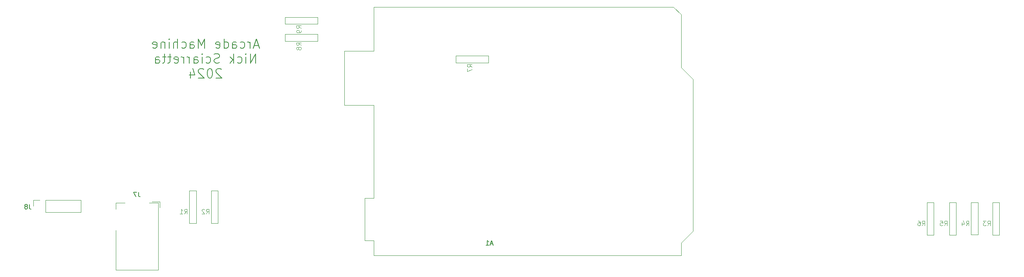
<source format=gbr>
%TF.GenerationSoftware,KiCad,Pcbnew,7.0.8*%
%TF.CreationDate,2023-11-30T13:58:36-08:00*%
%TF.ProjectId,LED_matrix,4c45445f-6d61-4747-9269-782e6b696361,rev?*%
%TF.SameCoordinates,Original*%
%TF.FileFunction,Legend,Bot*%
%TF.FilePolarity,Positive*%
%FSLAX46Y46*%
G04 Gerber Fmt 4.6, Leading zero omitted, Abs format (unit mm)*
G04 Created by KiCad (PCBNEW 7.0.8) date 2023-11-30 13:58:36*
%MOMM*%
%LPD*%
G01*
G04 APERTURE LIST*
%ADD10C,0.150000*%
%ADD11C,0.100000*%
%ADD12C,0.120000*%
G04 APERTURE END LIST*
D10*
X51198572Y-8006009D02*
X50246191Y-8006009D01*
X51389048Y-8577438D02*
X50722382Y-6577438D01*
X50722382Y-6577438D02*
X50055715Y-8577438D01*
X49389048Y-8577438D02*
X49389048Y-7244104D01*
X49389048Y-7625057D02*
X49293810Y-7434580D01*
X49293810Y-7434580D02*
X49198572Y-7339342D01*
X49198572Y-7339342D02*
X49008096Y-7244104D01*
X49008096Y-7244104D02*
X48817619Y-7244104D01*
X47293810Y-8482200D02*
X47484286Y-8577438D01*
X47484286Y-8577438D02*
X47865239Y-8577438D01*
X47865239Y-8577438D02*
X48055715Y-8482200D01*
X48055715Y-8482200D02*
X48150953Y-8386961D01*
X48150953Y-8386961D02*
X48246191Y-8196485D01*
X48246191Y-8196485D02*
X48246191Y-7625057D01*
X48246191Y-7625057D02*
X48150953Y-7434580D01*
X48150953Y-7434580D02*
X48055715Y-7339342D01*
X48055715Y-7339342D02*
X47865239Y-7244104D01*
X47865239Y-7244104D02*
X47484286Y-7244104D01*
X47484286Y-7244104D02*
X47293810Y-7339342D01*
X45579524Y-8577438D02*
X45579524Y-7529819D01*
X45579524Y-7529819D02*
X45674762Y-7339342D01*
X45674762Y-7339342D02*
X45865238Y-7244104D01*
X45865238Y-7244104D02*
X46246191Y-7244104D01*
X46246191Y-7244104D02*
X46436667Y-7339342D01*
X45579524Y-8482200D02*
X45770000Y-8577438D01*
X45770000Y-8577438D02*
X46246191Y-8577438D01*
X46246191Y-8577438D02*
X46436667Y-8482200D01*
X46436667Y-8482200D02*
X46531905Y-8291723D01*
X46531905Y-8291723D02*
X46531905Y-8101247D01*
X46531905Y-8101247D02*
X46436667Y-7910771D01*
X46436667Y-7910771D02*
X46246191Y-7815533D01*
X46246191Y-7815533D02*
X45770000Y-7815533D01*
X45770000Y-7815533D02*
X45579524Y-7720295D01*
X43770000Y-8577438D02*
X43770000Y-6577438D01*
X43770000Y-8482200D02*
X43960476Y-8577438D01*
X43960476Y-8577438D02*
X44341429Y-8577438D01*
X44341429Y-8577438D02*
X44531905Y-8482200D01*
X44531905Y-8482200D02*
X44627143Y-8386961D01*
X44627143Y-8386961D02*
X44722381Y-8196485D01*
X44722381Y-8196485D02*
X44722381Y-7625057D01*
X44722381Y-7625057D02*
X44627143Y-7434580D01*
X44627143Y-7434580D02*
X44531905Y-7339342D01*
X44531905Y-7339342D02*
X44341429Y-7244104D01*
X44341429Y-7244104D02*
X43960476Y-7244104D01*
X43960476Y-7244104D02*
X43770000Y-7339342D01*
X42055714Y-8482200D02*
X42246190Y-8577438D01*
X42246190Y-8577438D02*
X42627143Y-8577438D01*
X42627143Y-8577438D02*
X42817619Y-8482200D01*
X42817619Y-8482200D02*
X42912857Y-8291723D01*
X42912857Y-8291723D02*
X42912857Y-7529819D01*
X42912857Y-7529819D02*
X42817619Y-7339342D01*
X42817619Y-7339342D02*
X42627143Y-7244104D01*
X42627143Y-7244104D02*
X42246190Y-7244104D01*
X42246190Y-7244104D02*
X42055714Y-7339342D01*
X42055714Y-7339342D02*
X41960476Y-7529819D01*
X41960476Y-7529819D02*
X41960476Y-7720295D01*
X41960476Y-7720295D02*
X42912857Y-7910771D01*
X39579523Y-8577438D02*
X39579523Y-6577438D01*
X39579523Y-6577438D02*
X38912856Y-8006009D01*
X38912856Y-8006009D02*
X38246190Y-6577438D01*
X38246190Y-6577438D02*
X38246190Y-8577438D01*
X36436666Y-8577438D02*
X36436666Y-7529819D01*
X36436666Y-7529819D02*
X36531904Y-7339342D01*
X36531904Y-7339342D02*
X36722380Y-7244104D01*
X36722380Y-7244104D02*
X37103333Y-7244104D01*
X37103333Y-7244104D02*
X37293809Y-7339342D01*
X36436666Y-8482200D02*
X36627142Y-8577438D01*
X36627142Y-8577438D02*
X37103333Y-8577438D01*
X37103333Y-8577438D02*
X37293809Y-8482200D01*
X37293809Y-8482200D02*
X37389047Y-8291723D01*
X37389047Y-8291723D02*
X37389047Y-8101247D01*
X37389047Y-8101247D02*
X37293809Y-7910771D01*
X37293809Y-7910771D02*
X37103333Y-7815533D01*
X37103333Y-7815533D02*
X36627142Y-7815533D01*
X36627142Y-7815533D02*
X36436666Y-7720295D01*
X34627142Y-8482200D02*
X34817618Y-8577438D01*
X34817618Y-8577438D02*
X35198571Y-8577438D01*
X35198571Y-8577438D02*
X35389047Y-8482200D01*
X35389047Y-8482200D02*
X35484285Y-8386961D01*
X35484285Y-8386961D02*
X35579523Y-8196485D01*
X35579523Y-8196485D02*
X35579523Y-7625057D01*
X35579523Y-7625057D02*
X35484285Y-7434580D01*
X35484285Y-7434580D02*
X35389047Y-7339342D01*
X35389047Y-7339342D02*
X35198571Y-7244104D01*
X35198571Y-7244104D02*
X34817618Y-7244104D01*
X34817618Y-7244104D02*
X34627142Y-7339342D01*
X33769999Y-8577438D02*
X33769999Y-6577438D01*
X32912856Y-8577438D02*
X32912856Y-7529819D01*
X32912856Y-7529819D02*
X33008094Y-7339342D01*
X33008094Y-7339342D02*
X33198570Y-7244104D01*
X33198570Y-7244104D02*
X33484285Y-7244104D01*
X33484285Y-7244104D02*
X33674761Y-7339342D01*
X33674761Y-7339342D02*
X33769999Y-7434580D01*
X31960475Y-8577438D02*
X31960475Y-7244104D01*
X31960475Y-6577438D02*
X32055713Y-6672676D01*
X32055713Y-6672676D02*
X31960475Y-6767914D01*
X31960475Y-6767914D02*
X31865237Y-6672676D01*
X31865237Y-6672676D02*
X31960475Y-6577438D01*
X31960475Y-6577438D02*
X31960475Y-6767914D01*
X31008094Y-7244104D02*
X31008094Y-8577438D01*
X31008094Y-7434580D02*
X30912856Y-7339342D01*
X30912856Y-7339342D02*
X30722380Y-7244104D01*
X30722380Y-7244104D02*
X30436665Y-7244104D01*
X30436665Y-7244104D02*
X30246189Y-7339342D01*
X30246189Y-7339342D02*
X30150951Y-7529819D01*
X30150951Y-7529819D02*
X30150951Y-8577438D01*
X28436665Y-8482200D02*
X28627141Y-8577438D01*
X28627141Y-8577438D02*
X29008094Y-8577438D01*
X29008094Y-8577438D02*
X29198570Y-8482200D01*
X29198570Y-8482200D02*
X29293808Y-8291723D01*
X29293808Y-8291723D02*
X29293808Y-7529819D01*
X29293808Y-7529819D02*
X29198570Y-7339342D01*
X29198570Y-7339342D02*
X29008094Y-7244104D01*
X29008094Y-7244104D02*
X28627141Y-7244104D01*
X28627141Y-7244104D02*
X28436665Y-7339342D01*
X28436665Y-7339342D02*
X28341427Y-7529819D01*
X28341427Y-7529819D02*
X28341427Y-7720295D01*
X28341427Y-7720295D02*
X29293808Y-7910771D01*
X50579524Y-11797438D02*
X50579524Y-9797438D01*
X50579524Y-9797438D02*
X49436667Y-11797438D01*
X49436667Y-11797438D02*
X49436667Y-9797438D01*
X48484286Y-11797438D02*
X48484286Y-10464104D01*
X48484286Y-9797438D02*
X48579524Y-9892676D01*
X48579524Y-9892676D02*
X48484286Y-9987914D01*
X48484286Y-9987914D02*
X48389048Y-9892676D01*
X48389048Y-9892676D02*
X48484286Y-9797438D01*
X48484286Y-9797438D02*
X48484286Y-9987914D01*
X46674762Y-11702200D02*
X46865238Y-11797438D01*
X46865238Y-11797438D02*
X47246191Y-11797438D01*
X47246191Y-11797438D02*
X47436667Y-11702200D01*
X47436667Y-11702200D02*
X47531905Y-11606961D01*
X47531905Y-11606961D02*
X47627143Y-11416485D01*
X47627143Y-11416485D02*
X47627143Y-10845057D01*
X47627143Y-10845057D02*
X47531905Y-10654580D01*
X47531905Y-10654580D02*
X47436667Y-10559342D01*
X47436667Y-10559342D02*
X47246191Y-10464104D01*
X47246191Y-10464104D02*
X46865238Y-10464104D01*
X46865238Y-10464104D02*
X46674762Y-10559342D01*
X45817619Y-11797438D02*
X45817619Y-9797438D01*
X45627143Y-11035533D02*
X45055714Y-11797438D01*
X45055714Y-10464104D02*
X45817619Y-11226009D01*
X42769999Y-11702200D02*
X42484285Y-11797438D01*
X42484285Y-11797438D02*
X42008094Y-11797438D01*
X42008094Y-11797438D02*
X41817618Y-11702200D01*
X41817618Y-11702200D02*
X41722380Y-11606961D01*
X41722380Y-11606961D02*
X41627142Y-11416485D01*
X41627142Y-11416485D02*
X41627142Y-11226009D01*
X41627142Y-11226009D02*
X41722380Y-11035533D01*
X41722380Y-11035533D02*
X41817618Y-10940295D01*
X41817618Y-10940295D02*
X42008094Y-10845057D01*
X42008094Y-10845057D02*
X42389047Y-10749819D01*
X42389047Y-10749819D02*
X42579523Y-10654580D01*
X42579523Y-10654580D02*
X42674761Y-10559342D01*
X42674761Y-10559342D02*
X42769999Y-10368866D01*
X42769999Y-10368866D02*
X42769999Y-10178390D01*
X42769999Y-10178390D02*
X42674761Y-9987914D01*
X42674761Y-9987914D02*
X42579523Y-9892676D01*
X42579523Y-9892676D02*
X42389047Y-9797438D01*
X42389047Y-9797438D02*
X41912856Y-9797438D01*
X41912856Y-9797438D02*
X41627142Y-9892676D01*
X39912856Y-11702200D02*
X40103332Y-11797438D01*
X40103332Y-11797438D02*
X40484285Y-11797438D01*
X40484285Y-11797438D02*
X40674761Y-11702200D01*
X40674761Y-11702200D02*
X40769999Y-11606961D01*
X40769999Y-11606961D02*
X40865237Y-11416485D01*
X40865237Y-11416485D02*
X40865237Y-10845057D01*
X40865237Y-10845057D02*
X40769999Y-10654580D01*
X40769999Y-10654580D02*
X40674761Y-10559342D01*
X40674761Y-10559342D02*
X40484285Y-10464104D01*
X40484285Y-10464104D02*
X40103332Y-10464104D01*
X40103332Y-10464104D02*
X39912856Y-10559342D01*
X39055713Y-11797438D02*
X39055713Y-10464104D01*
X39055713Y-9797438D02*
X39150951Y-9892676D01*
X39150951Y-9892676D02*
X39055713Y-9987914D01*
X39055713Y-9987914D02*
X38960475Y-9892676D01*
X38960475Y-9892676D02*
X39055713Y-9797438D01*
X39055713Y-9797438D02*
X39055713Y-9987914D01*
X37246189Y-11797438D02*
X37246189Y-10749819D01*
X37246189Y-10749819D02*
X37341427Y-10559342D01*
X37341427Y-10559342D02*
X37531903Y-10464104D01*
X37531903Y-10464104D02*
X37912856Y-10464104D01*
X37912856Y-10464104D02*
X38103332Y-10559342D01*
X37246189Y-11702200D02*
X37436665Y-11797438D01*
X37436665Y-11797438D02*
X37912856Y-11797438D01*
X37912856Y-11797438D02*
X38103332Y-11702200D01*
X38103332Y-11702200D02*
X38198570Y-11511723D01*
X38198570Y-11511723D02*
X38198570Y-11321247D01*
X38198570Y-11321247D02*
X38103332Y-11130771D01*
X38103332Y-11130771D02*
X37912856Y-11035533D01*
X37912856Y-11035533D02*
X37436665Y-11035533D01*
X37436665Y-11035533D02*
X37246189Y-10940295D01*
X36293808Y-11797438D02*
X36293808Y-10464104D01*
X36293808Y-10845057D02*
X36198570Y-10654580D01*
X36198570Y-10654580D02*
X36103332Y-10559342D01*
X36103332Y-10559342D02*
X35912856Y-10464104D01*
X35912856Y-10464104D02*
X35722379Y-10464104D01*
X35055713Y-11797438D02*
X35055713Y-10464104D01*
X35055713Y-10845057D02*
X34960475Y-10654580D01*
X34960475Y-10654580D02*
X34865237Y-10559342D01*
X34865237Y-10559342D02*
X34674761Y-10464104D01*
X34674761Y-10464104D02*
X34484284Y-10464104D01*
X33055713Y-11702200D02*
X33246189Y-11797438D01*
X33246189Y-11797438D02*
X33627142Y-11797438D01*
X33627142Y-11797438D02*
X33817618Y-11702200D01*
X33817618Y-11702200D02*
X33912856Y-11511723D01*
X33912856Y-11511723D02*
X33912856Y-10749819D01*
X33912856Y-10749819D02*
X33817618Y-10559342D01*
X33817618Y-10559342D02*
X33627142Y-10464104D01*
X33627142Y-10464104D02*
X33246189Y-10464104D01*
X33246189Y-10464104D02*
X33055713Y-10559342D01*
X33055713Y-10559342D02*
X32960475Y-10749819D01*
X32960475Y-10749819D02*
X32960475Y-10940295D01*
X32960475Y-10940295D02*
X33912856Y-11130771D01*
X32389046Y-10464104D02*
X31627142Y-10464104D01*
X32103332Y-9797438D02*
X32103332Y-11511723D01*
X32103332Y-11511723D02*
X32008094Y-11702200D01*
X32008094Y-11702200D02*
X31817618Y-11797438D01*
X31817618Y-11797438D02*
X31627142Y-11797438D01*
X31246189Y-10464104D02*
X30484285Y-10464104D01*
X30960475Y-9797438D02*
X30960475Y-11511723D01*
X30960475Y-11511723D02*
X30865237Y-11702200D01*
X30865237Y-11702200D02*
X30674761Y-11797438D01*
X30674761Y-11797438D02*
X30484285Y-11797438D01*
X28960475Y-11797438D02*
X28960475Y-10749819D01*
X28960475Y-10749819D02*
X29055713Y-10559342D01*
X29055713Y-10559342D02*
X29246189Y-10464104D01*
X29246189Y-10464104D02*
X29627142Y-10464104D01*
X29627142Y-10464104D02*
X29817618Y-10559342D01*
X28960475Y-11702200D02*
X29150951Y-11797438D01*
X29150951Y-11797438D02*
X29627142Y-11797438D01*
X29627142Y-11797438D02*
X29817618Y-11702200D01*
X29817618Y-11702200D02*
X29912856Y-11511723D01*
X29912856Y-11511723D02*
X29912856Y-11321247D01*
X29912856Y-11321247D02*
X29817618Y-11130771D01*
X29817618Y-11130771D02*
X29627142Y-11035533D01*
X29627142Y-11035533D02*
X29150951Y-11035533D01*
X29150951Y-11035533D02*
X28960475Y-10940295D01*
X43198571Y-13207914D02*
X43103333Y-13112676D01*
X43103333Y-13112676D02*
X42912857Y-13017438D01*
X42912857Y-13017438D02*
X42436666Y-13017438D01*
X42436666Y-13017438D02*
X42246190Y-13112676D01*
X42246190Y-13112676D02*
X42150952Y-13207914D01*
X42150952Y-13207914D02*
X42055714Y-13398390D01*
X42055714Y-13398390D02*
X42055714Y-13588866D01*
X42055714Y-13588866D02*
X42150952Y-13874580D01*
X42150952Y-13874580D02*
X43293809Y-15017438D01*
X43293809Y-15017438D02*
X42055714Y-15017438D01*
X40817619Y-13017438D02*
X40627142Y-13017438D01*
X40627142Y-13017438D02*
X40436666Y-13112676D01*
X40436666Y-13112676D02*
X40341428Y-13207914D01*
X40341428Y-13207914D02*
X40246190Y-13398390D01*
X40246190Y-13398390D02*
X40150952Y-13779342D01*
X40150952Y-13779342D02*
X40150952Y-14255533D01*
X40150952Y-14255533D02*
X40246190Y-14636485D01*
X40246190Y-14636485D02*
X40341428Y-14826961D01*
X40341428Y-14826961D02*
X40436666Y-14922200D01*
X40436666Y-14922200D02*
X40627142Y-15017438D01*
X40627142Y-15017438D02*
X40817619Y-15017438D01*
X40817619Y-15017438D02*
X41008095Y-14922200D01*
X41008095Y-14922200D02*
X41103333Y-14826961D01*
X41103333Y-14826961D02*
X41198571Y-14636485D01*
X41198571Y-14636485D02*
X41293809Y-14255533D01*
X41293809Y-14255533D02*
X41293809Y-13779342D01*
X41293809Y-13779342D02*
X41198571Y-13398390D01*
X41198571Y-13398390D02*
X41103333Y-13207914D01*
X41103333Y-13207914D02*
X41008095Y-13112676D01*
X41008095Y-13112676D02*
X40817619Y-13017438D01*
X39389047Y-13207914D02*
X39293809Y-13112676D01*
X39293809Y-13112676D02*
X39103333Y-13017438D01*
X39103333Y-13017438D02*
X38627142Y-13017438D01*
X38627142Y-13017438D02*
X38436666Y-13112676D01*
X38436666Y-13112676D02*
X38341428Y-13207914D01*
X38341428Y-13207914D02*
X38246190Y-13398390D01*
X38246190Y-13398390D02*
X38246190Y-13588866D01*
X38246190Y-13588866D02*
X38341428Y-13874580D01*
X38341428Y-13874580D02*
X39484285Y-15017438D01*
X39484285Y-15017438D02*
X38246190Y-15017438D01*
X36531904Y-13684104D02*
X36531904Y-15017438D01*
X37008095Y-12922200D02*
X37484285Y-14350771D01*
X37484285Y-14350771D02*
X36246190Y-14350771D01*
X25333333Y-39644819D02*
X25333333Y-40359104D01*
X25333333Y-40359104D02*
X25380952Y-40501961D01*
X25380952Y-40501961D02*
X25476190Y-40597200D01*
X25476190Y-40597200D02*
X25619047Y-40644819D01*
X25619047Y-40644819D02*
X25714285Y-40644819D01*
X24952380Y-39644819D02*
X24285714Y-39644819D01*
X24285714Y-39644819D02*
X24714285Y-40644819D01*
D11*
X60387419Y-7963333D02*
X59911228Y-7630000D01*
X60387419Y-7391905D02*
X59387419Y-7391905D01*
X59387419Y-7391905D02*
X59387419Y-7772857D01*
X59387419Y-7772857D02*
X59435038Y-7868095D01*
X59435038Y-7868095D02*
X59482657Y-7915714D01*
X59482657Y-7915714D02*
X59577895Y-7963333D01*
X59577895Y-7963333D02*
X59720752Y-7963333D01*
X59720752Y-7963333D02*
X59815990Y-7915714D01*
X59815990Y-7915714D02*
X59863609Y-7868095D01*
X59863609Y-7868095D02*
X59911228Y-7772857D01*
X59911228Y-7772857D02*
X59911228Y-7391905D01*
X59815990Y-8534762D02*
X59768371Y-8439524D01*
X59768371Y-8439524D02*
X59720752Y-8391905D01*
X59720752Y-8391905D02*
X59625514Y-8344286D01*
X59625514Y-8344286D02*
X59577895Y-8344286D01*
X59577895Y-8344286D02*
X59482657Y-8391905D01*
X59482657Y-8391905D02*
X59435038Y-8439524D01*
X59435038Y-8439524D02*
X59387419Y-8534762D01*
X59387419Y-8534762D02*
X59387419Y-8725238D01*
X59387419Y-8725238D02*
X59435038Y-8820476D01*
X59435038Y-8820476D02*
X59482657Y-8868095D01*
X59482657Y-8868095D02*
X59577895Y-8915714D01*
X59577895Y-8915714D02*
X59625514Y-8915714D01*
X59625514Y-8915714D02*
X59720752Y-8868095D01*
X59720752Y-8868095D02*
X59768371Y-8820476D01*
X59768371Y-8820476D02*
X59815990Y-8725238D01*
X59815990Y-8725238D02*
X59815990Y-8534762D01*
X59815990Y-8534762D02*
X59863609Y-8439524D01*
X59863609Y-8439524D02*
X59911228Y-8391905D01*
X59911228Y-8391905D02*
X60006466Y-8344286D01*
X60006466Y-8344286D02*
X60196942Y-8344286D01*
X60196942Y-8344286D02*
X60292180Y-8391905D01*
X60292180Y-8391905D02*
X60339800Y-8439524D01*
X60339800Y-8439524D02*
X60387419Y-8534762D01*
X60387419Y-8534762D02*
X60387419Y-8725238D01*
X60387419Y-8725238D02*
X60339800Y-8820476D01*
X60339800Y-8820476D02*
X60292180Y-8868095D01*
X60292180Y-8868095D02*
X60196942Y-8915714D01*
X60196942Y-8915714D02*
X60006466Y-8915714D01*
X60006466Y-8915714D02*
X59911228Y-8868095D01*
X59911228Y-8868095D02*
X59863609Y-8820476D01*
X59863609Y-8820476D02*
X59815990Y-8725238D01*
X39936666Y-44347419D02*
X40269999Y-43871228D01*
X40508094Y-44347419D02*
X40508094Y-43347419D01*
X40508094Y-43347419D02*
X40127142Y-43347419D01*
X40127142Y-43347419D02*
X40031904Y-43395038D01*
X40031904Y-43395038D02*
X39984285Y-43442657D01*
X39984285Y-43442657D02*
X39936666Y-43537895D01*
X39936666Y-43537895D02*
X39936666Y-43680752D01*
X39936666Y-43680752D02*
X39984285Y-43775990D01*
X39984285Y-43775990D02*
X40031904Y-43823609D01*
X40031904Y-43823609D02*
X40127142Y-43871228D01*
X40127142Y-43871228D02*
X40508094Y-43871228D01*
X39555713Y-43442657D02*
X39508094Y-43395038D01*
X39508094Y-43395038D02*
X39412856Y-43347419D01*
X39412856Y-43347419D02*
X39174761Y-43347419D01*
X39174761Y-43347419D02*
X39079523Y-43395038D01*
X39079523Y-43395038D02*
X39031904Y-43442657D01*
X39031904Y-43442657D02*
X38984285Y-43537895D01*
X38984285Y-43537895D02*
X38984285Y-43633133D01*
X38984285Y-43633133D02*
X39031904Y-43775990D01*
X39031904Y-43775990D02*
X39603332Y-44347419D01*
X39603332Y-44347419D02*
X38984285Y-44347419D01*
D10*
X1793333Y-42284819D02*
X1793333Y-42999104D01*
X1793333Y-42999104D02*
X1840952Y-43141961D01*
X1840952Y-43141961D02*
X1936190Y-43237200D01*
X1936190Y-43237200D02*
X2079047Y-43284819D01*
X2079047Y-43284819D02*
X2174285Y-43284819D01*
X1174285Y-42713390D02*
X1269523Y-42665771D01*
X1269523Y-42665771D02*
X1317142Y-42618152D01*
X1317142Y-42618152D02*
X1364761Y-42522914D01*
X1364761Y-42522914D02*
X1364761Y-42475295D01*
X1364761Y-42475295D02*
X1317142Y-42380057D01*
X1317142Y-42380057D02*
X1269523Y-42332438D01*
X1269523Y-42332438D02*
X1174285Y-42284819D01*
X1174285Y-42284819D02*
X983809Y-42284819D01*
X983809Y-42284819D02*
X888571Y-42332438D01*
X888571Y-42332438D02*
X840952Y-42380057D01*
X840952Y-42380057D02*
X793333Y-42475295D01*
X793333Y-42475295D02*
X793333Y-42522914D01*
X793333Y-42522914D02*
X840952Y-42618152D01*
X840952Y-42618152D02*
X888571Y-42665771D01*
X888571Y-42665771D02*
X983809Y-42713390D01*
X983809Y-42713390D02*
X1174285Y-42713390D01*
X1174285Y-42713390D02*
X1269523Y-42761009D01*
X1269523Y-42761009D02*
X1317142Y-42808628D01*
X1317142Y-42808628D02*
X1364761Y-42903866D01*
X1364761Y-42903866D02*
X1364761Y-43094342D01*
X1364761Y-43094342D02*
X1317142Y-43189580D01*
X1317142Y-43189580D02*
X1269523Y-43237200D01*
X1269523Y-43237200D02*
X1174285Y-43284819D01*
X1174285Y-43284819D02*
X983809Y-43284819D01*
X983809Y-43284819D02*
X888571Y-43237200D01*
X888571Y-43237200D02*
X840952Y-43189580D01*
X840952Y-43189580D02*
X793333Y-43094342D01*
X793333Y-43094342D02*
X793333Y-42903866D01*
X793333Y-42903866D02*
X840952Y-42808628D01*
X840952Y-42808628D02*
X888571Y-42761009D01*
X888571Y-42761009D02*
X983809Y-42713390D01*
D11*
X194276666Y-46857419D02*
X194609999Y-46381228D01*
X194848094Y-46857419D02*
X194848094Y-45857419D01*
X194848094Y-45857419D02*
X194467142Y-45857419D01*
X194467142Y-45857419D02*
X194371904Y-45905038D01*
X194371904Y-45905038D02*
X194324285Y-45952657D01*
X194324285Y-45952657D02*
X194276666Y-46047895D01*
X194276666Y-46047895D02*
X194276666Y-46190752D01*
X194276666Y-46190752D02*
X194324285Y-46285990D01*
X194324285Y-46285990D02*
X194371904Y-46333609D01*
X194371904Y-46333609D02*
X194467142Y-46381228D01*
X194467142Y-46381228D02*
X194848094Y-46381228D01*
X193419523Y-45857419D02*
X193609999Y-45857419D01*
X193609999Y-45857419D02*
X193705237Y-45905038D01*
X193705237Y-45905038D02*
X193752856Y-45952657D01*
X193752856Y-45952657D02*
X193848094Y-46095514D01*
X193848094Y-46095514D02*
X193895713Y-46285990D01*
X193895713Y-46285990D02*
X193895713Y-46666942D01*
X193895713Y-46666942D02*
X193848094Y-46762180D01*
X193848094Y-46762180D02*
X193800475Y-46809800D01*
X193800475Y-46809800D02*
X193705237Y-46857419D01*
X193705237Y-46857419D02*
X193514761Y-46857419D01*
X193514761Y-46857419D02*
X193419523Y-46809800D01*
X193419523Y-46809800D02*
X193371904Y-46762180D01*
X193371904Y-46762180D02*
X193324285Y-46666942D01*
X193324285Y-46666942D02*
X193324285Y-46428847D01*
X193324285Y-46428847D02*
X193371904Y-46333609D01*
X193371904Y-46333609D02*
X193419523Y-46285990D01*
X193419523Y-46285990D02*
X193514761Y-46238371D01*
X193514761Y-46238371D02*
X193705237Y-46238371D01*
X193705237Y-46238371D02*
X193800475Y-46285990D01*
X193800475Y-46285990D02*
X193848094Y-46333609D01*
X193848094Y-46333609D02*
X193895713Y-46428847D01*
X97247419Y-12648333D02*
X96771228Y-12315000D01*
X97247419Y-12076905D02*
X96247419Y-12076905D01*
X96247419Y-12076905D02*
X96247419Y-12457857D01*
X96247419Y-12457857D02*
X96295038Y-12553095D01*
X96295038Y-12553095D02*
X96342657Y-12600714D01*
X96342657Y-12600714D02*
X96437895Y-12648333D01*
X96437895Y-12648333D02*
X96580752Y-12648333D01*
X96580752Y-12648333D02*
X96675990Y-12600714D01*
X96675990Y-12600714D02*
X96723609Y-12553095D01*
X96723609Y-12553095D02*
X96771228Y-12457857D01*
X96771228Y-12457857D02*
X96771228Y-12076905D01*
X96247419Y-12981667D02*
X96247419Y-13648333D01*
X96247419Y-13648333D02*
X97247419Y-13219762D01*
D10*
X101714285Y-50789104D02*
X101238095Y-50789104D01*
X101809523Y-51074819D02*
X101476190Y-50074819D01*
X101476190Y-50074819D02*
X101142857Y-51074819D01*
X100285714Y-51074819D02*
X100857142Y-51074819D01*
X100571428Y-51074819D02*
X100571428Y-50074819D01*
X100571428Y-50074819D02*
X100666666Y-50217676D01*
X100666666Y-50217676D02*
X100761904Y-50312914D01*
X100761904Y-50312914D02*
X100857142Y-50360533D01*
D11*
X35216666Y-44347419D02*
X35549999Y-43871228D01*
X35788094Y-44347419D02*
X35788094Y-43347419D01*
X35788094Y-43347419D02*
X35407142Y-43347419D01*
X35407142Y-43347419D02*
X35311904Y-43395038D01*
X35311904Y-43395038D02*
X35264285Y-43442657D01*
X35264285Y-43442657D02*
X35216666Y-43537895D01*
X35216666Y-43537895D02*
X35216666Y-43680752D01*
X35216666Y-43680752D02*
X35264285Y-43775990D01*
X35264285Y-43775990D02*
X35311904Y-43823609D01*
X35311904Y-43823609D02*
X35407142Y-43871228D01*
X35407142Y-43871228D02*
X35788094Y-43871228D01*
X34264285Y-44347419D02*
X34835713Y-44347419D01*
X34549999Y-44347419D02*
X34549999Y-43347419D01*
X34549999Y-43347419D02*
X34645237Y-43490276D01*
X34645237Y-43490276D02*
X34740475Y-43585514D01*
X34740475Y-43585514D02*
X34835713Y-43633133D01*
X60397419Y-4303333D02*
X59921228Y-3970000D01*
X60397419Y-3731905D02*
X59397419Y-3731905D01*
X59397419Y-3731905D02*
X59397419Y-4112857D01*
X59397419Y-4112857D02*
X59445038Y-4208095D01*
X59445038Y-4208095D02*
X59492657Y-4255714D01*
X59492657Y-4255714D02*
X59587895Y-4303333D01*
X59587895Y-4303333D02*
X59730752Y-4303333D01*
X59730752Y-4303333D02*
X59825990Y-4255714D01*
X59825990Y-4255714D02*
X59873609Y-4208095D01*
X59873609Y-4208095D02*
X59921228Y-4112857D01*
X59921228Y-4112857D02*
X59921228Y-3731905D01*
X60397419Y-4779524D02*
X60397419Y-4970000D01*
X60397419Y-4970000D02*
X60349800Y-5065238D01*
X60349800Y-5065238D02*
X60302180Y-5112857D01*
X60302180Y-5112857D02*
X60159323Y-5208095D01*
X60159323Y-5208095D02*
X59968847Y-5255714D01*
X59968847Y-5255714D02*
X59587895Y-5255714D01*
X59587895Y-5255714D02*
X59492657Y-5208095D01*
X59492657Y-5208095D02*
X59445038Y-5160476D01*
X59445038Y-5160476D02*
X59397419Y-5065238D01*
X59397419Y-5065238D02*
X59397419Y-4874762D01*
X59397419Y-4874762D02*
X59445038Y-4779524D01*
X59445038Y-4779524D02*
X59492657Y-4731905D01*
X59492657Y-4731905D02*
X59587895Y-4684286D01*
X59587895Y-4684286D02*
X59825990Y-4684286D01*
X59825990Y-4684286D02*
X59921228Y-4731905D01*
X59921228Y-4731905D02*
X59968847Y-4779524D01*
X59968847Y-4779524D02*
X60016466Y-4874762D01*
X60016466Y-4874762D02*
X60016466Y-5065238D01*
X60016466Y-5065238D02*
X59968847Y-5160476D01*
X59968847Y-5160476D02*
X59921228Y-5208095D01*
X59921228Y-5208095D02*
X59825990Y-5255714D01*
X203786666Y-46842419D02*
X204119999Y-46366228D01*
X204358094Y-46842419D02*
X204358094Y-45842419D01*
X204358094Y-45842419D02*
X203977142Y-45842419D01*
X203977142Y-45842419D02*
X203881904Y-45890038D01*
X203881904Y-45890038D02*
X203834285Y-45937657D01*
X203834285Y-45937657D02*
X203786666Y-46032895D01*
X203786666Y-46032895D02*
X203786666Y-46175752D01*
X203786666Y-46175752D02*
X203834285Y-46270990D01*
X203834285Y-46270990D02*
X203881904Y-46318609D01*
X203881904Y-46318609D02*
X203977142Y-46366228D01*
X203977142Y-46366228D02*
X204358094Y-46366228D01*
X202929523Y-46175752D02*
X202929523Y-46842419D01*
X203167618Y-45794800D02*
X203405713Y-46509085D01*
X203405713Y-46509085D02*
X202786666Y-46509085D01*
X208406666Y-46857419D02*
X208739999Y-46381228D01*
X208978094Y-46857419D02*
X208978094Y-45857419D01*
X208978094Y-45857419D02*
X208597142Y-45857419D01*
X208597142Y-45857419D02*
X208501904Y-45905038D01*
X208501904Y-45905038D02*
X208454285Y-45952657D01*
X208454285Y-45952657D02*
X208406666Y-46047895D01*
X208406666Y-46047895D02*
X208406666Y-46190752D01*
X208406666Y-46190752D02*
X208454285Y-46285990D01*
X208454285Y-46285990D02*
X208501904Y-46333609D01*
X208501904Y-46333609D02*
X208597142Y-46381228D01*
X208597142Y-46381228D02*
X208978094Y-46381228D01*
X208073332Y-45857419D02*
X207454285Y-45857419D01*
X207454285Y-45857419D02*
X207787618Y-46238371D01*
X207787618Y-46238371D02*
X207644761Y-46238371D01*
X207644761Y-46238371D02*
X207549523Y-46285990D01*
X207549523Y-46285990D02*
X207501904Y-46333609D01*
X207501904Y-46333609D02*
X207454285Y-46428847D01*
X207454285Y-46428847D02*
X207454285Y-46666942D01*
X207454285Y-46666942D02*
X207501904Y-46762180D01*
X207501904Y-46762180D02*
X207549523Y-46809800D01*
X207549523Y-46809800D02*
X207644761Y-46857419D01*
X207644761Y-46857419D02*
X207930475Y-46857419D01*
X207930475Y-46857419D02*
X208025713Y-46809800D01*
X208025713Y-46809800D02*
X208073332Y-46762180D01*
X199096666Y-46857419D02*
X199429999Y-46381228D01*
X199668094Y-46857419D02*
X199668094Y-45857419D01*
X199668094Y-45857419D02*
X199287142Y-45857419D01*
X199287142Y-45857419D02*
X199191904Y-45905038D01*
X199191904Y-45905038D02*
X199144285Y-45952657D01*
X199144285Y-45952657D02*
X199096666Y-46047895D01*
X199096666Y-46047895D02*
X199096666Y-46190752D01*
X199096666Y-46190752D02*
X199144285Y-46285990D01*
X199144285Y-46285990D02*
X199191904Y-46333609D01*
X199191904Y-46333609D02*
X199287142Y-46381228D01*
X199287142Y-46381228D02*
X199668094Y-46381228D01*
X198191904Y-45857419D02*
X198668094Y-45857419D01*
X198668094Y-45857419D02*
X198715713Y-46333609D01*
X198715713Y-46333609D02*
X198668094Y-46285990D01*
X198668094Y-46285990D02*
X198572856Y-46238371D01*
X198572856Y-46238371D02*
X198334761Y-46238371D01*
X198334761Y-46238371D02*
X198239523Y-46285990D01*
X198239523Y-46285990D02*
X198191904Y-46333609D01*
X198191904Y-46333609D02*
X198144285Y-46428847D01*
X198144285Y-46428847D02*
X198144285Y-46666942D01*
X198144285Y-46666942D02*
X198191904Y-46762180D01*
X198191904Y-46762180D02*
X198239523Y-46809800D01*
X198239523Y-46809800D02*
X198334761Y-46857419D01*
X198334761Y-46857419D02*
X198572856Y-46857419D01*
X198572856Y-46857419D02*
X198668094Y-46809800D01*
X198668094Y-46809800D02*
X198715713Y-46762180D01*
D12*
%TO.C,J7*%
X20400000Y-41990000D02*
X20400000Y-43290000D01*
X20400000Y-47890000D02*
X20400000Y-56490000D01*
X20400000Y-56490000D02*
X29600000Y-56490000D01*
X22400000Y-41990000D02*
X20400000Y-41990000D01*
X28200000Y-41690000D02*
X29900000Y-41690000D01*
X29600000Y-41990000D02*
X27600000Y-41990000D01*
X29600000Y-56490000D02*
X29600000Y-41990000D01*
X29900000Y-41690000D02*
X29900000Y-42990000D01*
D11*
%TO.C,R8*%
X56940000Y-5565000D02*
X63940000Y-5565000D01*
X63940000Y-5565000D02*
X63940000Y-7065000D01*
X63940000Y-7065000D02*
X56940000Y-7065000D01*
X56940000Y-7065000D02*
X56940000Y-5565000D01*
%TO.C,R2*%
X40990000Y-46350000D02*
X42490000Y-46350000D01*
X42490000Y-46350000D02*
X42490000Y-39350000D01*
X42490000Y-39350000D02*
X40990000Y-39350000D01*
X40990000Y-39350000D02*
X40990000Y-46350000D01*
D12*
%TO.C,J8*%
X5240000Y-44020000D02*
X12920000Y-44020000D01*
X2640000Y-41360000D02*
X2640000Y-42690000D01*
X3970000Y-41360000D02*
X2640000Y-41360000D01*
X5240000Y-41360000D02*
X5240000Y-44020000D01*
X5240000Y-41360000D02*
X12920000Y-41360000D01*
X12920000Y-41360000D02*
X12920000Y-44020000D01*
D11*
%TO.C,R6*%
X195330000Y-48880000D02*
X196830000Y-48880000D01*
X196830000Y-48880000D02*
X196830000Y-41880000D01*
X196830000Y-41880000D02*
X195330000Y-41880000D01*
X195330000Y-41880000D02*
X195330000Y-48880000D01*
%TO.C,R7*%
X93800000Y-10250000D02*
X100800000Y-10250000D01*
X100800000Y-10250000D02*
X100800000Y-11750000D01*
X100800000Y-11750000D02*
X93800000Y-11750000D01*
X93800000Y-11750000D02*
X93800000Y-10250000D01*
D12*
%TO.C,A1*%
X69690000Y-9225000D02*
X76040000Y-9225000D01*
X69690000Y-20905000D02*
X69690000Y-9225000D01*
X74140000Y-40975000D02*
X76040000Y-40975000D01*
X74140000Y-50115000D02*
X74140000Y-40975000D01*
X76040000Y305000D02*
X140690000Y305000D01*
X76040000Y-9225000D02*
X76040000Y305000D01*
X76040000Y-20905000D02*
X69690000Y-20905000D01*
X76040000Y-40975000D02*
X76040000Y-20905000D01*
X76040000Y-50115000D02*
X74140000Y-50115000D01*
X76040000Y-53295000D02*
X76040000Y-50115000D01*
X140690000Y305000D02*
X142340000Y-1345000D01*
X142340000Y-1345000D02*
X142340000Y-12775000D01*
X142340000Y-12775000D02*
X144880000Y-15315000D01*
X142340000Y-50625000D02*
X142340000Y-53295000D01*
X142340000Y-53295000D02*
X76040000Y-53295000D01*
X144880000Y-15315000D02*
X144880000Y-48085000D01*
X144880000Y-48085000D02*
X142340000Y-50625000D01*
D11*
%TO.C,R1*%
X36270000Y-46350000D02*
X37770000Y-46350000D01*
X37770000Y-46350000D02*
X37770000Y-39350000D01*
X37770000Y-39350000D02*
X36270000Y-39350000D01*
X36270000Y-39350000D02*
X36270000Y-46350000D01*
%TO.C,R9*%
X56950000Y-1905000D02*
X63950000Y-1905000D01*
X63950000Y-1905000D02*
X63950000Y-3405000D01*
X63950000Y-3405000D02*
X56950000Y-3405000D01*
X56950000Y-3405000D02*
X56950000Y-1905000D01*
%TO.C,R4*%
X204840000Y-48865000D02*
X206340000Y-48865000D01*
X206340000Y-48865000D02*
X206340000Y-41865000D01*
X206340000Y-41865000D02*
X204840000Y-41865000D01*
X204840000Y-41865000D02*
X204840000Y-48865000D01*
%TO.C,R3*%
X209460000Y-48880000D02*
X210960000Y-48880000D01*
X210960000Y-48880000D02*
X210960000Y-41880000D01*
X210960000Y-41880000D02*
X209460000Y-41880000D01*
X209460000Y-41880000D02*
X209460000Y-48880000D01*
%TO.C,R5*%
X200150000Y-48880000D02*
X201650000Y-48880000D01*
X201650000Y-48880000D02*
X201650000Y-41880000D01*
X201650000Y-41880000D02*
X200150000Y-41880000D01*
X200150000Y-41880000D02*
X200150000Y-48880000D01*
%TD*%
M02*

</source>
